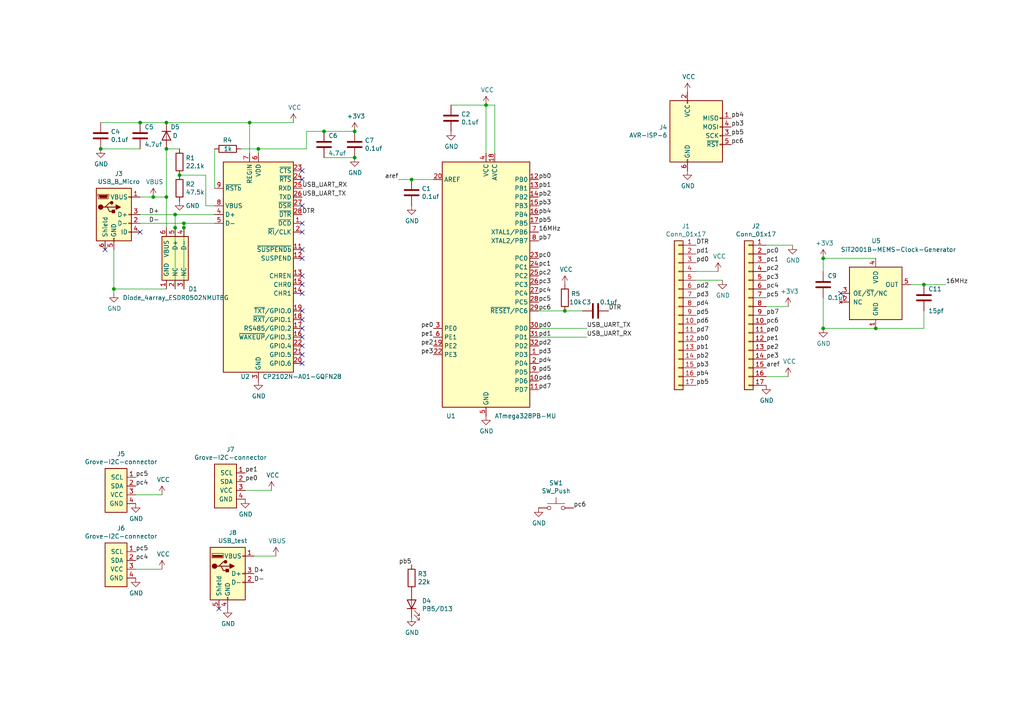
<source format=kicad_sch>
(kicad_sch (version 20230121) (generator eeschema)
  (paper "A4")
  (lib_symbols
    (symbol "ATmega328PB-usb-bread-board-rescue:ATmega328PB-MU-MCU_Microchip_ATmega-ATmega328PB-usb-bread-board-rescue"
      (property "Reference" "U" (at -12.7 36.83 0))
      (property "Value" "ATmega328PB-usb-bread-board-rescue_ATmega328PB-MU-MCU_Microchip_ATmega" (at 2.54 -36.83 0))
      (symbol "ATmega328PB-MU-MCU_Microchip_ATmega-ATmega328PB-usb-bread-board-rescue_0_1"
        (rectangle (start -12.7 -35.56) (end 12.7 35.56) (stroke (width 0.254)) (fill (type background)))
      )
      (symbol "ATmega328PB-MU-MCU_Microchip_ATmega-ATmega328PB-usb-bread-board-rescue_1_1"
        (pin bidirectional line (at 15.24 -20.32 180) (length 2.54) (name "PD3") (number "1"))
        (pin bidirectional line (at 15.24 -27.94 180) (length 2.54) (name "PD6") (number "10"))
        (pin bidirectional line (at 15.24 -30.48 180) (length 2.54) (name "PD7") (number "11"))
        (pin bidirectional line (at 15.24 30.48 180) (length 2.54) (name "PB0") (number "12"))
        (pin bidirectional line (at 15.24 27.94 180) (length 2.54) (name "PB1") (number "13"))
        (pin bidirectional line (at 15.24 25.4 180) (length 2.54) (name "PB2") (number "14"))
        (pin bidirectional line (at 15.24 22.86 180) (length 2.54) (name "PB3") (number "15"))
        (pin bidirectional line (at 15.24 20.32 180) (length 2.54) (name "PB4") (number "16"))
        (pin bidirectional line (at 15.24 17.78 180) (length 2.54) (name "PB5") (number "17"))
        (pin power_in line (at 2.54 38.1 270) (length 2.54) (name "AVCC") (number "18"))
        (pin bidirectional line (at -15.24 -17.78 0) (length 2.54) (name "PE2") (number "19"))
        (pin bidirectional line (at 15.24 -22.86 180) (length 2.54) (name "PD4") (number "2"))
        (pin passive line (at -15.24 30.48 0) (length 2.54) (name "AREF") (number "20"))
        (pin passive line (at 0 -38.1 90) (length 2.54) hide (name "GND") (number "21"))
        (pin bidirectional line (at -15.24 -20.32 0) (length 2.54) (name "PE3") (number "22"))
        (pin bidirectional line (at 15.24 7.62 180) (length 2.54) (name "PC0") (number "23"))
        (pin bidirectional line (at 15.24 5.08 180) (length 2.54) (name "PC1") (number "24"))
        (pin bidirectional line (at 15.24 2.54 180) (length 2.54) (name "PC2") (number "25"))
        (pin bidirectional line (at 15.24 0 180) (length 2.54) (name "PC3") (number "26"))
        (pin bidirectional line (at 15.24 -2.54 180) (length 2.54) (name "PC4") (number "27"))
        (pin bidirectional line (at 15.24 -5.08 180) (length 2.54) (name "PC5") (number "28"))
        (pin bidirectional line (at 15.24 -7.62 180) (length 2.54) (name "~{RESET}/PC6") (number "29"))
        (pin bidirectional line (at -15.24 -12.7 0) (length 2.54) (name "PE0") (number "3"))
        (pin bidirectional line (at 15.24 -12.7 180) (length 2.54) (name "PD0") (number "30"))
        (pin bidirectional line (at 15.24 -15.24 180) (length 2.54) (name "PD1") (number "31"))
        (pin bidirectional line (at 15.24 -17.78 180) (length 2.54) (name "PD2") (number "32"))
        (pin passive line (at 0 -38.1 90) (length 2.54) hide (name "GND") (number "33"))
        (pin power_in line (at 0 38.1 270) (length 2.54) (name "VCC") (number "4"))
        (pin power_in line (at 0 -38.1 90) (length 2.54) (name "GND") (number "5"))
        (pin bidirectional line (at -15.24 -15.24 0) (length 2.54) (name "PE1") (number "6"))
        (pin bidirectional line (at 15.24 15.24 180) (length 2.54) (name "XTAL1/PB6") (number "7"))
        (pin bidirectional line (at 15.24 12.7 180) (length 2.54) (name "XTAL2/PB7") (number "8"))
        (pin bidirectional line (at 15.24 -25.4 180) (length 2.54) (name "PD5") (number "9"))
      )
    )
    (symbol "ATmega328PB-usb-bread-board-rescue:CP2102N-A01-GQFN28-Interface_USB-ATmega328PB-usb-bread-board-rescue"
      (property "Reference" "U" (at -7.62 31.75 0))
      (property "Value" "ATmega328PB-usb-bread-board-rescue_CP2102N-A01-GQFN28-Interface_USB" (at 26.67 31.75 0))
      (symbol "CP2102N-A01-GQFN28-Interface_USB-ATmega328PB-usb-bread-board-rescue_0_1"
        (rectangle (start -10.16 30.48) (end 10.16 -30.48) (stroke (width 0.254)) (fill (type background)))
      )
      (symbol "CP2102N-A01-GQFN28-Interface_USB-ATmega328PB-usb-bread-board-rescue_1_1"
        (pin input line (at 12.7 12.7 180) (length 2.54) (name "~{DCD}") (number "1"))
        (pin no_connect line (at -10.16 -10.16 0) (length 2.54) hide (name "NC") (number "10"))
        (pin output line (at 12.7 5.08 180) (length 2.54) (name "~{SUSPENDb}") (number "11"))
        (pin output line (at 12.7 2.54 180) (length 2.54) (name "SUSPEND") (number "12"))
        (pin output line (at 12.7 -2.54 180) (length 2.54) (name "CHREN") (number "13"))
        (pin output line (at 12.7 -7.62 180) (length 2.54) (name "CHR1") (number "14"))
        (pin output line (at 12.7 -5.08 180) (length 2.54) (name "CHR0") (number "15"))
        (pin bidirectional line (at 12.7 -20.32 180) (length 2.54) (name "~{WAKEUP}/GPIO.3") (number "16"))
        (pin bidirectional line (at 12.7 -17.78 180) (length 2.54) (name "RS485/GPIO.2") (number "17"))
        (pin bidirectional line (at 12.7 -15.24 180) (length 2.54) (name "~{RXT}/GPIO.1") (number "18"))
        (pin bidirectional line (at 12.7 -12.7 180) (length 2.54) (name "~{TXT}/GPIO.0") (number "19"))
        (pin bidirectional line (at 12.7 10.16 180) (length 2.54) (name "~{RI}/CLK") (number "2"))
        (pin bidirectional line (at 12.7 -27.94 180) (length 2.54) (name "GPIO.6") (number "20"))
        (pin bidirectional line (at 12.7 -25.4 180) (length 2.54) (name "GPIO.5") (number "21"))
        (pin bidirectional line (at 12.7 -22.86 180) (length 2.54) (name "GPIO.4") (number "22"))
        (pin input line (at 12.7 27.94 180) (length 2.54) (name "~{CTS}") (number "23"))
        (pin output line (at 12.7 25.4 180) (length 2.54) (name "~{RTS}") (number "24"))
        (pin input line (at 12.7 22.86 180) (length 2.54) (name "RXD") (number "25"))
        (pin output line (at 12.7 20.32 180) (length 2.54) (name "TXD") (number "26"))
        (pin input line (at 12.7 17.78 180) (length 2.54) (name "~{DSR}") (number "27"))
        (pin output line (at 12.7 15.24 180) (length 2.54) (name "~{DTR}") (number "28"))
        (pin passive line (at 0 -33.02 90) (length 2.54) hide (name "GND") (number "29"))
        (pin power_in line (at 0 -33.02 90) (length 2.54) (name "GND") (number "3"))
        (pin bidirectional line (at -12.7 15.24 0) (length 2.54) (name "D+") (number "4"))
        (pin bidirectional line (at -12.7 12.7 0) (length 2.54) (name "D-") (number "5"))
        (pin passive line (at 0 33.02 270) (length 2.54) (name "VDD") (number "6"))
        (pin power_in line (at -2.54 33.02 270) (length 2.54) (name "REGIN") (number "7"))
        (pin input line (at -12.7 17.78 0) (length 2.54) (name "VBUS") (number "8"))
        (pin input line (at -12.7 22.86 0) (length 2.54) (name "~{RSTb}") (number "9"))
      )
    )
    (symbol "ATmega328PB-usb-bread-board-rescue:Diode_4array_ESDR0502NMUTBG-my-kicad-symbols" (pin_names (offset 1.016))
      (property "Reference" "D" (at 0 -5.08 0))
      (property "Value" "my-kicad-symbols_Diode_4array_ESDR0502NMUTBG" (at 0 6.35 0))
      (symbol "Diode_4array_ESDR0502NMUTBG-my-kicad-symbols_0_1"
        (rectangle (start -6.35 3.81) (end 6.35 -3.81) (stroke (width 0.254)) (fill (type background)))
      )
      (symbol "Diode_4array_ESDR0502NMUTBG-my-kicad-symbols_1_1"
        (pin power_in line (at -8.89 2.54 0) (length 2.54) (name "GND") (number "1"))
        (pin passive line (at -8.89 0 0) (length 2.54) (name "NC") (number "2"))
        (pin passive line (at -8.89 -2.54 0) (length 2.54) (name "NC") (number "3"))
        (pin passive line (at 8.89 -2.54 180) (length 2.54) (name "D-") (number "4"))
        (pin passive line (at 8.89 0 180) (length 2.54) (name "D+") (number "5"))
        (pin power_in line (at 8.89 2.54 180) (length 2.54) (name "VBUS") (number "6"))
      )
    )
    (symbol "ATmega328PB-usb-bread-board-rescue:Grove-I2C-connector-my-kicad-symbols" (pin_names (offset 1.016))
      (property "Reference" "J" (at 1.27 -7.62 0))
      (property "Value" "my-kicad-symbols_Grove-I2C-connector" (at 1.27 7.62 0))
      (symbol "Grove-I2C-connector-my-kicad-symbols_0_1"
        (rectangle (start -2.54 6.35) (end 3.81 -6.35) (stroke (width 0.254)) (fill (type background)))
      )
      (symbol "Grove-I2C-connector-my-kicad-symbols_1_1"
        (pin input line (at 6.35 3.81 180) (length 2.54) (name "SCL") (number "1"))
        (pin input line (at 6.35 1.27 180) (length 2.54) (name "SDA") (number "2"))
        (pin power_in line (at 6.35 -1.27 180) (length 2.54) (name "VCC") (number "3"))
        (pin power_in line (at 6.35 -3.81 180) (length 2.54) (name "GND") (number "4"))
      )
    )
    (symbol "ATmega328PB-usb-bread-board-rescue:SiT2001B-MEMS-Clock-Generator-my-kicad-symbols" (pin_names (offset 1.016))
      (property "Reference" "U" (at 15.24 7.62 0))
      (property "Value" "my-kicad-symbols_SiT2001B-MEMS-Clock-Generator" (at 19.05 10.16 0))
      (symbol "SiT2001B-MEMS-Clock-Generator-my-kicad-symbols_0_1"
        (rectangle (start -7.62 7.62) (end 7.62 -7.62) (stroke (width 0.254)) (fill (type background)))
      )
      (symbol "SiT2001B-MEMS-Clock-Generator-my-kicad-symbols_1_1"
        (pin power_in line (at 0 -10.16 90) (length 2.54) (name "GND") (number "1"))
        (pin no_connect line (at -10.16 -2.54 0) (length 2.54) (name "NC") (number "2"))
        (pin passive line (at -10.16 0 0) (length 2.54) (name "OE/~{ST}/NC") (number "3"))
        (pin power_in line (at 0 10.16 270) (length 2.54) (name "VDD") (number "4"))
        (pin output line (at 10.16 2.54 180) (length 2.54) (name "OUT") (number "5"))
      )
    )
    (symbol "ATmega328PB-usb-bread-board-rescue:USB_B_Micro-Connector-ATmega328PB-usb-bread-board-rescue" (pin_names (offset 1.016))
      (property "Reference" "J" (at -5.08 11.43 0))
      (property "Value" "ATmega328PB-usb-bread-board-rescue_USB_B_Micro-Connector" (at -5.08 8.89 0))
      (symbol "USB_B_Micro-Connector-ATmega328PB-usb-bread-board-rescue_0_1"
        (rectangle (start -5.08 -7.62) (end 5.08 7.62) (stroke (width 0.254)) (fill (type background)))
        (circle (center -3.81 2.159) (radius 0.635) (stroke (width 0.254)) (fill (type outline)))
        (circle (center -0.635 3.429) (radius 0.381) (stroke (width 0.254)) (fill (type outline)))
        (rectangle (start -0.127 -7.62) (end 0.127 -6.858))
        (polyline (pts (xy -1.905 2.159) (xy 0.635 2.159)) (stroke (width 0.254)))
        (polyline (pts (xy -3.175 2.159) (xy -2.54 2.159) (xy -1.27 3.429) (xy -0.635 3.429)) (stroke (width 0.254)))
        (polyline (pts (xy -2.54 2.159) (xy -1.905 2.159) (xy -1.27 0.889) (xy 0 0.889)) (stroke (width 0.254)))
        (polyline (pts (xy 0.635 2.794) (xy 0.635 1.524) (xy 1.905 2.159) (xy 0.635 2.794)) (stroke (width 0.254)) (fill (type outline)))
        (polyline (pts (xy -4.318 5.588) (xy -1.778 5.588) (xy -2.032 4.826) (xy -4.064 4.826) (xy -4.318 5.588)) (fill (type outline)))
        (polyline (pts (xy -4.699 5.842) (xy -4.699 5.588) (xy -4.445 4.826) (xy -4.445 4.572) (xy -1.651 4.572) (xy -1.651 4.826) (xy -1.397 5.588) (xy -1.397 5.842) (xy -4.699 5.842)))
        (rectangle (start 0.254 1.27) (end -0.508 0.508) (stroke (width 0.254)) (fill (type outline)))
        (rectangle (start 5.08 -5.207) (end 4.318 -4.953))
        (rectangle (start 5.08 -2.667) (end 4.318 -2.413))
        (rectangle (start 5.08 -0.127) (end 4.318 0.127))
        (rectangle (start 5.08 4.953) (end 4.318 5.207))
      )
      (symbol "USB_B_Micro-Connector-ATmega328PB-usb-bread-board-rescue_1_1"
        (pin power_out line (at 7.62 5.08 180) (length 2.54) (name "VBUS") (number "1"))
        (pin passive line (at 7.62 -2.54 180) (length 2.54) (name "D-") (number "2"))
        (pin passive line (at 7.62 0 180) (length 2.54) (name "D+") (number "3"))
        (pin passive line (at 7.62 -5.08 180) (length 2.54) (name "ID") (number "4"))
        (pin power_out line (at 0 -10.16 90) (length 2.54) (name "GND") (number "5"))
        (pin passive line (at -2.54 -10.16 90) (length 2.54) (name "Shield") (number "6"))
      )
    )
    (symbol "Connector:AVR-ISP-6" (pin_names (offset 1.016))
      (property "Reference" "J" (at -6.35 11.43 0))
      (property "Value" "AVR-ISP-6" (at 0 11.43 0))
      (symbol "AVR-ISP-6_0_1"
        (rectangle (start -2.667 -6.858) (end -2.413 -7.62))
        (rectangle (start -2.667 10.16) (end -2.413 9.398))
        (rectangle (start 7.62 -2.413) (end 6.858 -2.667))
        (rectangle (start 7.62 0.127) (end 6.858 -0.127))
        (rectangle (start 7.62 2.667) (end 6.858 2.413))
        (rectangle (start 7.62 5.207) (end 6.858 4.953))
        (rectangle (start 7.62 10.16) (end -7.62 -7.62) (stroke (width 0.254)) (fill (type background)))
      )
      (symbol "AVR-ISP-6_1_1"
        (pin passive line (at 10.16 5.08 180) (length 2.54) (name "MISO") (number "1"))
        (pin passive line (at -2.54 12.7 270) (length 2.54) (name "VCC") (number "2"))
        (pin passive line (at 10.16 0 180) (length 2.54) (name "SCK") (number "3"))
        (pin passive line (at 10.16 2.54 180) (length 2.54) (name "MOSI") (number "4"))
        (pin passive line (at 10.16 -2.54 180) (length 2.54) (name "~{RST}") (number "5"))
        (pin passive line (at -2.54 -10.16 90) (length 2.54) (name "GND") (number "6"))
      )
    )
    (symbol "Connector:USB_A" (pin_names (offset 1.016))
      (property "Reference" "J" (at -5.08 11.43 0))
      (property "Value" "USB_A" (at -5.08 8.89 0))
      (symbol "USB_A_0_1"
        (rectangle (start -5.08 -7.62) (end 5.08 7.62) (stroke (width 0.254)) (fill (type background)))
        (circle (center -3.81 2.159) (radius 0.635) (stroke (width 0.254)) (fill (type outline)))
        (rectangle (start -1.524 4.826) (end -4.318 5.334) (fill (type outline)))
        (rectangle (start -1.27 4.572) (end -4.572 5.842))
        (circle (center -0.635 3.429) (radius 0.381) (stroke (width 0.254)) (fill (type outline)))
        (rectangle (start -0.127 -7.62) (end 0.127 -6.858))
        (polyline (pts (xy -3.175 2.159) (xy -2.54 2.159) (xy -1.27 3.429) (xy -0.635 3.429)) (stroke (width 0.254)))
        (polyline (pts (xy -2.54 2.159) (xy -1.905 2.159) (xy -1.27 0.889) (xy 0 0.889)) (stroke (width 0.254)))
        (polyline (pts (xy 0.635 2.794) (xy 0.635 1.524) (xy 1.905 2.159) (xy 0.635 2.794)) (stroke (width 0.254)) (fill (type outline)))
        (rectangle (start 0.254 1.27) (end -0.508 0.508) (stroke (width 0.254)) (fill (type outline)))
        (rectangle (start 5.08 -2.667) (end 4.318 -2.413))
        (rectangle (start 5.08 -0.127) (end 4.318 0.127))
        (rectangle (start 5.08 4.953) (end 4.318 5.207))
      )
      (symbol "USB_A_1_1"
        (polyline (pts (xy -1.905 2.159) (xy 0.635 2.159)) (stroke (width 0.254)))
        (pin power_in line (at 7.62 5.08 180) (length 2.54) (name "VBUS") (number "1"))
        (pin bidirectional line (at 7.62 -2.54 180) (length 2.54) (name "D-") (number "2"))
        (pin bidirectional line (at 7.62 0 180) (length 2.54) (name "D+") (number "3"))
        (pin power_in line (at 0 -10.16 90) (length 2.54) (name "GND") (number "4"))
        (pin passive line (at -2.54 -10.16 90) (length 2.54) (name "Shield") (number "5"))
      )
    )
    (symbol "Connector_Generic:Conn_01x17" (pin_names (offset 1.016) hide)
      (property "Reference" "J" (at 0 22.86 0))
      (property "Value" "Conn_01x17" (at 0 -22.86 0))
      (symbol "Conn_01x17_1_1"
        (rectangle (start -1.27 -20.193) (end 0 -20.447) (stroke (width 0.1524)))
        (rectangle (start -1.27 -17.653) (end 0 -17.907) (stroke (width 0.1524)))
        (rectangle (start -1.27 -15.113) (end 0 -15.367) (stroke (width 0.1524)))
        (rectangle (start -1.27 -12.573) (end 0 -12.827) (stroke (width 0.1524)))
        (rectangle (start -1.27 -10.033) (end 0 -10.287) (stroke (width 0.1524)))
        (rectangle (start -1.27 -7.493) (end 0 -7.747) (stroke (width 0.1524)))
        (rectangle (start -1.27 -4.953) (end 0 -5.207) (stroke (width 0.1524)))
        (rectangle (start -1.27 -2.413) (end 0 -2.667) (stroke (width 0.1524)))
        (rectangle (start -1.27 0.127) (end 0 -0.127) (stroke (width 0.1524)))
        (rectangle (start -1.27 2.667) (end 0 2.413) (stroke (width 0.1524)))
        (rectangle (start -1.27 5.207) (end 0 4.953) (stroke (width 0.1524)))
        (rectangle (start -1.27 7.747) (end 0 7.493) (stroke (width 0.1524)))
        (rectangle (start -1.27 10.287) (end 0 10.033) (stroke (width 0.1524)))
        (rectangle (start -1.27 12.827) (end 0 12.573) (stroke (width 0.1524)))
        (rectangle (start -1.27 15.367) (end 0 15.113) (stroke (width 0.1524)))
        (rectangle (start -1.27 17.907) (end 0 17.653) (stroke (width 0.1524)))
        (rectangle (start -1.27 20.447) (end 0 20.193) (stroke (width 0.1524)))
        (rectangle (start -1.27 21.59) (end 1.27 -21.59) (stroke (width 0.254)) (fill (type background)))
        (pin passive line (at -5.08 20.32 0) (length 3.81) (name "Pin_1") (number "1"))
        (pin passive line (at -5.08 -2.54 0) (length 3.81) (name "Pin_10") (number "10"))
        (pin passive line (at -5.08 -5.08 0) (length 3.81) (name "Pin_11") (number "11"))
        (pin passive line (at -5.08 -7.62 0) (length 3.81) (name "Pin_12") (number "12"))
        (pin passive line (at -5.08 -10.16 0) (length 3.81) (name "Pin_13") (number "13"))
        (pin passive line (at -5.08 -12.7 0) (length 3.81) (name "Pin_14") (number "14"))
        (pin passive line (at -5.08 -15.24 0) (length 3.81) (name "Pin_15") (number "15"))
        (pin passive line (at -5.08 -17.78 0) (length 3.81) (name "Pin_16") (number "16"))
        (pin passive line (at -5.08 -20.32 0) (length 3.81) (name "Pin_17") (number "17"))
        (pin passive line (at -5.08 17.78 0) (length 3.81) (name "Pin_2") (number "2"))
        (pin passive line (at -5.08 15.24 0) (length 3.81) (name "Pin_3") (number "3"))
        (pin passive line (at -5.08 12.7 0) (length 3.81) (name "Pin_4") (number "4"))
        (pin passive line (at -5.08 10.16 0) (length 3.81) (name "Pin_5") (number "5"))
        (pin passive line (at -5.08 7.62 0) (length 3.81) (name "Pin_6") (number "6"))
        (pin passive line (at -5.08 5.08 0) (length 3.81) (name "Pin_7") (number "7"))
        (pin passive line (at -5.08 2.54 0) (length 3.81) (name "Pin_8") (number "8"))
        (pin passive line (at -5.08 0 0) (length 3.81) (name "Pin_9") (number "9"))
      )
    )
    (symbol "Device:C" (pin_numbers hide) (pin_names (offset 0.254))
      (property "Reference" "C" (at 0.635 2.54 0))
      (property "Value" "C" (at 0.635 -2.54 0))
      (symbol "C_0_1"
        (polyline (pts (xy -2.032 -0.762) (xy 2.032 -0.762)) (stroke (width 0.508)))
        (polyline (pts (xy -2.032 0.762) (xy 2.032 0.762)) (stroke (width 0.508)))
      )
      (symbol "C_1_1"
        (pin passive line (at 0 3.81 270) (length 2.794) (name "~") (number "1"))
        (pin passive line (at 0 -3.81 90) (length 2.794) (name "~") (number "2"))
      )
    )
    (symbol "Device:D" (pin_numbers hide) (pin_names (offset 1.016) hide)
      (property "Reference" "D" (at 0 2.54 0))
      (property "Value" "D" (at 0 -2.54 0))
      (symbol "D_0_1"
        (polyline (pts (xy -1.27 1.27) (xy -1.27 -1.27)) (stroke (width 0.254)))
        (polyline (pts (xy 1.27 0) (xy -1.27 0)))
        (polyline (pts (xy 1.27 1.27) (xy 1.27 -1.27) (xy -1.27 0) (xy 1.27 1.27)) (stroke (width 0.254)))
      )
      (symbol "D_1_1"
        (pin passive line (at -3.81 0 0) (length 2.54) (name "K") (number "1"))
        (pin passive line (at 3.81 0 180) (length 2.54) (name "A") (number "2"))
      )
    )
    (symbol "Device:LED" (pin_numbers hide) (pin_names (offset 1.016) hide)
      (property "Reference" "D" (at 0 2.54 0))
      (property "Value" "LED" (at 0 -2.54 0))
      (symbol "LED_0_1"
        (polyline (pts (xy -1.27 -1.27) (xy -1.27 1.27)) (stroke (width 0.254)))
        (polyline (pts (xy -1.27 0) (xy 1.27 0)))
        (polyline (pts (xy 1.27 -1.27) (xy 1.27 1.27) (xy -1.27 0) (xy 1.27 -1.27)) (stroke (width 0.254)))
        (polyline (pts (xy -3.048 -0.762) (xy -4.572 -2.286) (xy -3.81 -2.286) (xy -4.572 -2.286) (xy -4.572 -1.524)))
        (polyline (pts (xy -1.778 -0.762) (xy -3.302 -2.286) (xy -2.54 -2.286) (xy -3.302 -2.286) (xy -3.302 -1.524)))
      )
      (symbol "LED_1_1"
        (pin passive line (at -3.81 0 0) (length 2.54) (name "K") (number "1"))
        (pin passive line (at 3.81 0 180) (length 2.54) (name "A") (number "2"))
      )
    )
    (symbol "Device:R" (pin_numbers hide) (pin_names (offset 0))
      (property "Reference" "R" (at 2.032 0 90))
      (property "Value" "R" (at 0 0 90))
      (symbol "R_0_1"
        (rectangle (start -1.016 -2.54) (end 1.016 2.54) (stroke (width 0.254)))
      )
      (symbol "R_1_1"
        (pin passive line (at 0 3.81 270) (length 1.27) (name "~") (number "1"))
        (pin passive line (at 0 -3.81 90) (length 1.27) (name "~") (number "2"))
      )
    )
    (symbol "Switch:SW_Push" (pin_numbers hide) (pin_names (offset 1.016) hide)
      (property "Reference" "SW" (at 1.27 2.54 0))
      (property "Value" "SW_Push" (at 0 -1.524 0))
      (symbol "SW_Push_0_1"
        (circle (center -2.032 0) (radius 0.508))
        (polyline (pts (xy 0 1.27) (xy 0 3.048)))
        (polyline (pts (xy 2.54 1.27) (xy -2.54 1.27)))
        (circle (center 2.032 0) (radius 0.508))
        (pin passive line (at -5.08 0 0) (length 2.54) (name "1") (number "1"))
        (pin passive line (at 5.08 0 180) (length 2.54) (name "2") (number "2"))
      )
    )
    (symbol "power:+3V3" (power) (pin_names (offset 0))
      (property "Value" "+3V3" (at 0 3.556 0))
      (symbol "+3V3_0_1"
        (polyline (pts (xy -0.762 1.27) (xy 0 2.54)))
        (polyline (pts (xy 0 0) (xy 0 2.54)))
        (polyline (pts (xy 0 2.54) (xy 0.762 1.27)))
      )
      (symbol "+3V3_1_1"
        (pin power_in line (at 0 0 90) (length 0) hide (name "+3V3") (number "1"))
      )
    )
    (symbol "power:GND" (power) (pin_names (offset 0))
      (property "Value" "GND" (at 0 -3.81 0))
      (symbol "GND_0_1"
        (polyline (pts (xy 0 0) (xy 0 -1.27) (xy 1.27 -1.27) (xy 0 -2.54) (xy -1.27 -1.27) (xy 0 -1.27)))
      )
      (symbol "GND_1_1"
        (pin power_in line (at 0 0 270) (length 0) hide (name "GND") (number "1"))
      )
    )
    (symbol "power:VBUS" (power) (pin_names (offset 0))
      (property "Value" "VBUS" (at 0 3.81 0))
      (symbol "VBUS_0_1"
        (polyline (pts (xy -0.762 1.27) (xy 0 2.54)))
        (polyline (pts (xy 0 0) (xy 0 2.54)))
        (polyline (pts (xy 0 2.54) (xy 0.762 1.27)))
      )
      (symbol "VBUS_1_1"
        (pin power_in line (at 0 0 90) (length 0) hide (name "VBUS") (number "1"))
      )
    )
    (symbol "power:VCC" (power) (pin_names (offset 0))
      (property "Value" "VCC" (at 0 3.81 0))
      (symbol "VCC_0_1"
        (polyline (pts (xy -0.762 1.27) (xy 0 2.54)))
        (polyline (pts (xy 0 0) (xy 0 2.54)))
        (polyline (pts (xy 0 2.54) (xy 0.762 1.27)))
      )
      (symbol "VCC_1_1"
        (pin power_in line (at 0 0 90) (length 0) hide (name "VCC") (number "1"))
      )
    )
  )
  (junction (at 93.98 38.1))
  (junction (at 48.26 35.56))
  (junction (at 53.34 64.77))
  (junction (at 48.26 57.15))
  (junction (at 44.45 57.15))
  (junction (at 102.87 45.72))
  (junction (at 163.83 90.17))
  (junction (at 29.21 43.18))
  (junction (at 238.76 74.93))
  (junction (at 238.76 95.25))
  (junction (at 50.8 66.04))
  (junction (at 267.97 82.55))
  (junction (at 254 95.25))
  (junction (at 52.07 50.8))
  (junction (at 53.34 66.04))
  (junction (at 119.38 52.07))
  (junction (at 40.64 35.56))
  (junction (at 140.97 30.48))
  (junction (at 48.26 43.18))
  (junction (at 50.8 62.23))
  (junction (at 102.87 38.1))
  (junction (at 72.39 35.56))
  (junction (at 33.02 83.82))
  (junction (at 74.93 43.18))
  (no_connect (at 30.48 72.39))
  (no_connect (at 243.84 85.09))
  (no_connect (at 87.63 85.09))
  (no_connect (at 87.63 80.01))
  (no_connect (at 87.63 59.69))
  (no_connect (at 63.5 176.53))
  (no_connect (at 87.63 105.41))
  (no_connect (at 87.63 97.79))
  (no_connect (at 87.63 67.31))
  (no_connect (at 87.63 92.71))
  (no_connect (at 87.63 64.77))
  (no_connect (at 87.63 52.07))
  (no_connect (at 87.63 82.55))
  (no_connect (at 87.63 100.33))
  (no_connect (at 40.64 67.31))
  (no_connect (at 87.63 90.17))
  (no_connect (at 87.63 72.39))
  (no_connect (at 87.63 95.25))
  (no_connect (at 87.63 74.93))
  (no_connect (at 87.63 102.87))
  (no_connect (at 87.63 49.53))
  (wire (pts (xy 46.99 143.51) (xy 39.37 143.51)))
  (wire (pts (xy 140.97 30.48) (xy 140.97 44.45)))
  (wire (pts (xy 267.97 95.25) (xy 254 95.25)))
  (wire (pts (xy 33.02 83.82) (xy 48.26 83.82)))
  (wire (pts (xy 48.26 43.18) (xy 52.07 43.18)))
  (wire (pts (xy 59.69 50.8) (xy 59.69 59.69)))
  (wire (pts (xy 72.39 35.56) (xy 72.39 44.45)))
  (wire (pts (xy 59.69 50.8) (xy 52.07 50.8)))
  (wire (pts (xy 119.38 52.07) (xy 115.57 52.07)))
  (wire (pts (xy 156.21 90.17) (xy 163.83 90.17)))
  (wire (pts (xy 201.93 81.28) (xy 209.55 81.28)))
  (wire (pts (xy 88.9 38.1) (xy 93.98 38.1)))
  (wire (pts (xy 130.81 30.48) (xy 140.97 30.48)))
  (wire (pts (xy 143.51 30.48) (xy 140.97 30.48)))
  (wire (pts (xy 78.74 142.24) (xy 71.12 142.24)))
  (wire (pts (xy 46.99 165.1) (xy 39.37 165.1)))
  (wire (pts (xy 254 95.25) (xy 238.76 95.25)))
  (wire (pts (xy 163.83 90.17) (xy 168.91 90.17)))
  (wire (pts (xy 80.01 161.29) (xy 73.66 161.29)))
  (wire (pts (xy 33.02 83.82) (xy 33.02 85.09)))
  (wire (pts (xy 48.26 35.56) (xy 72.39 35.56)))
  (wire (pts (xy 40.64 35.56) (xy 48.26 35.56)))
  (wire (pts (xy 40.64 62.23) (xy 50.8 62.23)))
  (wire (pts (xy 33.02 72.39) (xy 33.02 83.82)))
  (wire (pts (xy 170.18 95.25) (xy 156.21 95.25)))
  (wire (pts (xy 48.26 57.15) (xy 44.45 57.15)))
  (wire (pts (xy 267.97 90.17) (xy 267.97 95.25)))
  (wire (pts (xy 102.87 45.72) (xy 93.98 45.72)))
  (wire (pts (xy 274.32 82.55) (xy 267.97 82.55)))
  (wire (pts (xy 93.98 38.1) (xy 102.87 38.1)))
  (wire (pts (xy 156.21 97.79) (xy 170.18 97.79)))
  (wire (pts (xy 50.8 66.04) (xy 50.8 62.23)))
  (wire (pts (xy 50.8 83.82) (xy 50.8 66.04)))
  (wire (pts (xy 228.6 109.22) (xy 222.25 109.22)))
  (wire (pts (xy 59.69 59.69) (xy 62.23 59.69)))
  (wire (pts (xy 88.9 43.18) (xy 88.9 38.1)))
  (wire (pts (xy 267.97 82.55) (xy 264.16 82.55)))
  (wire (pts (xy 50.8 62.23) (xy 62.23 62.23)))
  (wire (pts (xy 238.76 86.36) (xy 238.76 95.25)))
  (wire (pts (xy 74.93 43.18) (xy 88.9 43.18)))
  (wire (pts (xy 119.38 52.07) (xy 125.73 52.07)))
  (wire (pts (xy 53.34 66.04) (xy 53.34 83.82)))
  (wire (pts (xy 48.26 57.15) (xy 48.26 43.18)))
  (wire (pts (xy 53.34 64.77) (xy 62.23 64.77)))
  (wire (pts (xy 74.93 43.18) (xy 74.93 44.45)))
  (wire (pts (xy 72.39 35.56) (xy 85.09 35.56)))
  (wire (pts (xy 44.45 57.15) (xy 40.64 57.15)))
  (wire (pts (xy 238.76 78.74) (xy 238.76 74.93)))
  (wire (pts (xy 69.85 43.18) (xy 74.93 43.18)))
  (wire (pts (xy 143.51 30.48) (xy 143.51 44.45)))
  (wire (pts (xy 53.34 66.04) (xy 53.34 64.77)))
  (wire (pts (xy 238.76 74.93) (xy 254 74.93)))
  (wire (pts (xy 48.26 66.04) (xy 48.26 57.15)))
  (wire (pts (xy 208.28 78.74) (xy 201.93 78.74)))
  (wire (pts (xy 228.6 88.9) (xy 222.25 88.9)))
  (wire (pts (xy 40.64 64.77) (xy 53.34 64.77)))
  (wire (pts (xy 29.21 43.18) (xy 40.64 43.18)))
  (wire (pts (xy 40.64 35.56) (xy 29.21 35.56)))
  (wire (pts (xy 62.23 43.18) (xy 62.23 54.61)))
  (wire (pts (xy 229.87 71.12) (xy 222.25 71.12)))
  (label "pe0" (at 125.73 95.25 180))
  (label "pc6" (at 156.21 90.17 0))
  (label "16MHz" (at 274.32 82.55 0))
  (label "D+" (at 73.66 166.37 0))
  (label "pb5" (at 212.09 39.37 0))
  (label "pb7" (at 222.25 91.44 0))
  (label "pe3" (at 125.73 102.87 180))
  (label "pd1" (at 156.21 97.79 0))
  (label "pc3" (at 222.25 81.28 0))
  (label "pd4" (at 156.21 105.41 0))
  (label "pc6" (at 212.09 41.91 0))
  (label "USB_UART_RX" (at 87.63 54.61 0))
  (label "pb1" (at 156.21 54.61 0))
  (label "pb2" (at 156.21 57.15 0))
  (label "pe1" (at 222.25 99.06 0))
  (label "pe2" (at 222.25 101.6 0))
  (label "USB_UART_TX" (at 87.63 57.15 0))
  (label "pc0" (at 156.21 74.93 0))
  (label "DTR" (at 87.63 62.23 0))
  (label "pc6" (at 222.25 93.98 0))
  (label "pd7" (at 201.93 96.52 0))
  (label "pd6" (at 156.21 110.49 0))
  (label "pb2" (at 201.93 104.14 0))
  (label "pe2" (at 125.73 100.33 180))
  (label "pe0" (at 222.25 96.52 0))
  (label "pc0" (at 222.25 73.66 0))
  (label "pb4" (at 212.09 34.29 0))
  (label "pd3" (at 201.93 86.36 0))
  (label "pb7" (at 156.21 69.85 0))
  (label "pb0" (at 201.93 99.06 0))
  (label "pd0" (at 201.93 76.2 0))
  (label "pc4" (at 222.25 83.82 0))
  (label "DTR" (at 201.93 71.12 0))
  (label "pb4" (at 201.93 109.22 0))
  (label "pd0" (at 156.21 95.25 0))
  (label "USB_UART_TX" (at 170.18 95.25 0))
  (label "16MHz" (at 156.21 67.31 0))
  (label "pe1" (at 125.73 97.79 180))
  (label "pc6" (at 166.37 147.32 0))
  (label "pc5" (at 39.37 138.43 0))
  (label "pd4" (at 201.93 88.9 0))
  (label "pb3" (at 212.09 36.83 0))
  (label "pd3" (at 156.21 102.87 0))
  (label "pd5" (at 201.93 91.44 0))
  (label "pb1" (at 201.93 101.6 0))
  (label "pc5" (at 156.21 87.63 0))
  (label "pd7" (at 156.21 113.03 0))
  (label "aref" (at 222.25 106.68 0))
  (label "pd2" (at 156.21 100.33 0))
  (label "pd5" (at 156.21 107.95 0))
  (label "aref" (at 115.57 52.07 180))
  (label "pc2" (at 156.21 80.01 0))
  (label "pc3" (at 156.21 82.55 0))
  (label "pc4" (at 39.37 140.97 0))
  (label "D+" (at 43.18 62.23 0))
  (label "pd6" (at 201.93 93.98 0))
  (label "pe1" (at 71.12 137.16 0))
  (label "DTR" (at 176.53 90.17 0))
  (label "pb4" (at 156.21 62.23 0))
  (label "D-" (at 43.18 64.77 0))
  (label "pb5" (at 201.93 111.76 0))
  (label "pc4" (at 156.21 85.09 0))
  (label "pc1" (at 222.25 76.2 0))
  (label "pd2" (at 201.93 83.82 0))
  (label "USB_UART_RX" (at 170.18 97.79 0))
  (label "pb3" (at 156.21 59.69 0))
  (label "D-" (at 73.66 168.91 0))
  (label "pc4" (at 39.37 162.56 0))
  (label "pe0" (at 71.12 139.7 0))
  (label "pc2" (at 222.25 78.74 0))
  (label "pc1" (at 156.21 77.47 0))
  (label "pc5" (at 39.37 160.02 0))
  (label "pd1" (at 201.93 73.66 0))
  (label "pb5" (at 119.38 163.83 180))
  (label "pb3" (at 201.93 106.68 0))
  (label "pc5" (at 222.25 86.36 0))
  (label "pe3" (at 222.25 104.14 0))
  (label "pb5" (at 156.21 64.77 0))
  (label "pb0" (at 156.21 52.07 0))
  (symbol (lib_id "power:GND") (at 140.97 120.65 0) (unit 1)
    (property "Reference" "#PWR0102" (effects hide))
    (property "Value" "GND" (at 141.097 125.0442 0))
  )
  (symbol (lib_id "power:VCC") (at 140.97 30.48 0) (unit 1)
    (property "Reference" "#PWR0101" (effects hide))
    (property "Value" "VCC" (at 141.351 26.0858 0))
  )
  (symbol (lib_id "Device:C") (at 119.38 55.88 0) (unit 1)
    (property "Reference" "C1" (at 122.301 54.7116 0) (effects (justify left)))
    (property "Value" "0.1uf" (at 122.301 57.023 0) (effects (justify left)))
    (property "Footprint" "Capacitor_SMD:C_0402_1005Metric" (effects hide))
  )
  (symbol (lib_id "power:GND") (at 119.38 59.69 0) (unit 1)
    (property "Reference" "#PWR0103" (effects hide))
    (property "Value" "GND" (at 119.507 64.0842 0))
  )
  (symbol (lib_id "Device:C") (at 130.81 34.29 0) (unit 1)
    (property "Reference" "C2" (at 133.731 33.1216 0) (effects (justify left)))
    (property "Value" "0.1uf" (at 133.731 35.433 0) (effects (justify left)))
    (property "Footprint" "Capacitor_SMD:C_0402_1005Metric" (effects hide))
  )
  (symbol (lib_id "power:GND") (at 130.81 38.1 0) (unit 1)
    (property "Reference" "#PWR0104" (effects hide))
    (property "Value" "GND" (at 130.937 42.4942 0))
  )
  (symbol (lib_id "power:GND") (at 222.25 111.76 0) (unit 1)
    (property "Reference" "#PWR0105" (effects hide))
    (property "Value" "GND" (at 222.377 116.1542 0))
  )
  (symbol (lib_id "Connector_Generic:Conn_01x17") (at 196.85 91.44 0) (mirror y) (unit 1)
    (property "Reference" "J1" (at 198.9328 65.6082 0))
    (property "Value" "Conn_01x17" (at 198.9328 67.9196 0))
    (property "Footprint" "Connector_PinSocket_2.54mm:PinSocket_1x17_P2.54mm_Vertical" (effects hide))
  )
  (symbol (lib_id "Connector_Generic:Conn_01x17") (at 217.17 91.44 0) (mirror y) (unit 1)
    (property "Reference" "J2" (at 219.2528 65.6082 0))
    (property "Value" "Conn_01x17" (at 219.2528 67.9196 0))
    (property "Footprint" "Connector_PinSocket_2.54mm:PinSocket_1x17_P2.54mm_Vertical" (effects hide))
  )
  (symbol (lib_id "power:GND") (at 209.55 81.28 0) (unit 1)
    (property "Reference" "#PWR0107" (effects hide))
    (property "Value" "GND" (at 209.677 85.6742 0))
  )
  (symbol (lib_id "power:VCC") (at 208.28 78.74 0) (unit 1)
    (property "Reference" "#PWR0108" (effects hide))
    (property "Value" "VCC" (at 208.661 74.3458 0))
  )
  (symbol (lib_id "ATmega328PB-usb-bread-board-rescue:ATmega328PB-MU-MCU_Microchip_ATmega-ATmega328PB-usb-bread-board-rescue") (at 140.97 82.55 0) (unit 1)
    (property "Reference" "U1" (at 130.81 120.65 0))
    (property "Value" "ATmega328PB-MU" (at 152.4 120.65 0))
    (property "Footprint" "Package_DFN_QFN:QFN-32-1EP_5x5mm_P0.5mm_EP3.1x3.1mm" (effects hide))
    (property "Datasheet" "http://ww1.microchip.com/downloads/en/DeviceDoc/40001906C.pdf" (effects hide))
  )
  (symbol (lib_id "ATmega328PB-usb-bread-board-rescue:CP2102N-A01-GQFN28-Interface_USB-ATmega328PB-usb-bread-board-rescue") (at 74.93 77.47 0) (unit 1)
    (property "Reference" "U2" (at 71.12 109.22 0))
    (property "Value" "CP2102N-A01-GQFN28" (at 87.63 109.22 0))
    (property "Footprint" "Package_DFN_QFN:QFN-28-1EP_5x5mm_P0.5mm_EP3.35x3.35mm" (effects hide))
    (property "Datasheet" "https://www.silabs.com/documents/public/data-sheets/cp2102n-datasheet.pdf" (effects hide))
  )
  (symbol (lib_id "ATmega328PB-usb-bread-board-rescue:USB_B_Micro-Connector-ATmega328PB-usb-bread-board-rescue") (at 33.02 62.23 0) (unit 1)
    (property "Reference" "J3" (at 34.4678 50.3682 0))
    (property "Value" "USB_B_Micro" (at 34.4678 52.6796 0))
    (property "Footprint" "Connector_USB:USB_Micro-B_Molex-105017-0001" (effects hide))
  )
  (symbol (lib_id "power:GND") (at 74.93 110.49 0) (unit 1)
    (property "Reference" "#PWR0110" (effects hide))
    (property "Value" "GND" (at 75.057 114.8842 0))
  )
  (symbol (lib_id "Device:R") (at 52.07 46.99 0) (unit 1)
    (property "Reference" "R1" (at 53.848 45.8216 0) (effects (justify left)))
    (property "Value" "22.1k" (at 53.848 48.133 0) (effects (justify left)))
    (property "Footprint" "Resistor_SMD:R_0603_1608Metric" (effects hide))
  )
  (symbol (lib_id "Device:R") (at 52.07 54.61 0) (unit 1)
    (property "Reference" "R2" (at 53.848 53.4416 0) (effects (justify left)))
    (property "Value" "47.5k" (at 53.848 55.753 0) (effects (justify left)))
    (property "Footprint" "Resistor_SMD:R_0603_1608Metric" (effects hide))
  )
  (symbol (lib_id "power:GND") (at 52.07 58.42 0) (unit 1)
    (property "Reference" "#PWR0106" (effects hide))
    (property "Value" "GND" (at 55.88 59.69 0))
  )
  (symbol (lib_id "power:GND") (at 33.02 85.09 0) (unit 1)
    (property "Reference" "#PWR0109" (effects hide))
    (property "Value" "GND" (at 33.147 89.4842 0))
  )
  (symbol (lib_id "Device:C") (at 172.72 90.17 90) (unit 1)
    (property "Reference" "C3" (at 171.45 87.63 90) (effects (justify left)))
    (property "Value" "0.1uf" (at 179.07 87.63 90) (effects (justify left)))
    (property "Footprint" "Capacitor_SMD:C_0402_1005Metric" (effects hide))
  )
  (symbol (lib_id "ATmega328PB-usb-bread-board-rescue:Grove-I2C-connector-my-kicad-symbols") (at 33.02 142.24 0) (unit 1)
    (property "Reference" "J5" (at 35.1028 131.6482 0))
    (property "Value" "Grove-I2C-connector" (at 35.1028 133.9596 0))
    (property "Footprint" "Connector:NS-Tech_Grove_1x04_P2mm_Vertical" (effects hide))
  )
  (symbol (lib_id "power:GND") (at 39.37 146.05 0) (unit 1)
    (property "Reference" "#PWR0114" (effects hide))
    (property "Value" "GND" (at 39.497 150.4442 0))
  )
  (symbol (lib_id "power:VCC") (at 46.99 143.51 0) (unit 1)
    (property "Reference" "#PWR0115" (effects hide))
    (property "Value" "VCC" (at 47.371 139.1158 0))
  )
  (symbol (lib_id "Connector:AVR-ISP-6") (at 201.93 39.37 0) (unit 1)
    (property "Reference" "J4" (at 193.5734 36.9316 0) (effects (justify right)))
    (property "Value" "AVR-ISP-6" (at 193.5734 39.243 0) (effects (justify right)))
    (property "Footprint" "my-kicad-footprints:2x03_P2.54mm_ISP_Pads" (effects hide))
    (property "Datasheet" " ~" (effects hide))
  )
  (symbol (lib_id "power:GND") (at 199.39 49.53 0) (unit 1)
    (property "Reference" "#PWR0112" (effects hide))
    (property "Value" "GND" (at 199.517 53.9242 0))
  )
  (symbol (lib_id "power:VCC") (at 199.39 26.67 0) (unit 1)
    (property "Reference" "#PWR0113" (effects hide))
    (property "Value" "VCC" (at 199.771 22.2758 0))
  )
  (symbol (lib_id "ATmega328PB-usb-bread-board-rescue:Grove-I2C-connector-my-kicad-symbols") (at 33.02 163.83 0) (unit 1)
    (property "Reference" "J6" (at 35.1028 153.2382 0))
    (property "Value" "Grove-I2C-connector" (at 35.1028 155.5496 0))
    (property "Footprint" "Connector:NS-Tech_Grove_1x04_P2mm_Vertical" (effects hide))
  )
  (symbol (lib_id "power:GND") (at 39.37 167.64 0) (unit 1)
    (property "Reference" "#PWR0116" (effects hide))
    (property "Value" "GND" (at 39.497 172.0342 0))
  )
  (symbol (lib_id "power:VCC") (at 46.99 165.1 0) (unit 1)
    (property "Reference" "#PWR0117" (effects hide))
    (property "Value" "VCC" (at 47.371 160.7058 0))
  )
  (symbol (lib_id "ATmega328PB-usb-bread-board-rescue:Grove-I2C-connector-my-kicad-symbols") (at 64.77 140.97 0) (unit 1)
    (property "Reference" "J7" (at 66.8528 130.3782 0))
    (property "Value" "Grove-I2C-connector" (at 66.8528 132.6896 0))
    (property "Footprint" "Connector:NS-Tech_Grove_1x04_P2mm_Vertical" (effects hide))
  )
  (symbol (lib_id "power:GND") (at 71.12 144.78 0) (unit 1)
    (property "Reference" "#PWR0118" (effects hide))
    (property "Value" "GND" (at 71.247 149.1742 0))
  )
  (symbol (lib_id "power:VCC") (at 78.74 142.24 0) (unit 1)
    (property "Reference" "#PWR0119" (effects hide))
    (property "Value" "VCC" (at 79.121 137.8458 0))
  )
  (symbol (lib_id "Device:R") (at 119.38 167.64 0) (unit 1)
    (property "Reference" "R3" (at 121.158 166.4716 0) (effects (justify left)))
    (property "Value" "22k" (at 121.158 168.783 0) (effects (justify left)))
    (property "Footprint" "Resistor_SMD:R_0603_1608Metric" (effects hide))
  )
  (symbol (lib_id "Device:LED") (at 119.38 175.26 90) (unit 1)
    (property "Reference" "D4" (at 122.3772 174.2694 90) (effects (justify right)))
    (property "Value" "PB5/D13" (at 122.3772 176.5808 90) (effects (justify right)))
    (property "Footprint" "LED_SMD:LED_0603_1608Metric_Pad1.05x0.95mm_HandSolder" (effects hide))
  )
  (symbol (lib_id "power:GND") (at 119.38 179.07 0) (unit 1)
    (property "Reference" "#PWR0122" (effects hide))
    (property "Value" "GND" (at 119.507 183.4642 0))
  )
  (symbol (lib_id "Device:D") (at 48.26 39.37 270) (unit 1)
    (property "Reference" "D5" (at 50.8 36.83 90))
    (property "Value" "D" (at 50.8 39.37 90))
    (property "Footprint" "Diode_SMD:D_SOD-123F" (effects hide))
  )
  (symbol (lib_id "power:VCC") (at 85.09 35.56 0) (unit 1)
    (property "Reference" "#PWR0123" (effects hide))
    (property "Value" "VCC" (at 85.471 31.1658 0))
  )
  (symbol (lib_id "power:+3V3") (at 228.6 88.9 0) (unit 1)
    (property "Reference" "#PWR0126" (effects hide))
    (property "Value" "+3V3" (at 228.981 84.5058 0))
  )
  (symbol (lib_id "ATmega328PB-usb-bread-board-rescue:SiT2001B-MEMS-Clock-Generator-my-kicad-symbols") (at 254 85.09 0) (unit 1)
    (property "Reference" "U5" (at 252.73 69.85 0) (effects (justify left)))
    (property "Value" "SiT2001B-MEMS-Clock-Generator" (at 243.84 72.39 0) (effects (justify left)))
    (property "Footprint" "Package_TO_SOT_SMD:SOT-23-5" (effects hide))
  )
  (symbol (lib_id "power:GND") (at 238.76 95.25 0) (unit 1)
    (property "Reference" "#PWR0128" (effects hide))
    (property "Value" "GND" (at 238.887 99.6442 0))
  )
  (symbol (lib_id "Device:C") (at 238.76 82.55 0) (unit 1)
    (property "Reference" "C9" (at 240.03 80.01 0) (effects (justify left)))
    (property "Value" "0.1uf" (at 240.03 86.36 0) (effects (justify left)))
    (property "Footprint" "Capacitor_SMD:C_0402_1005Metric" (effects hide))
  )
  (symbol (lib_id "Device:C") (at 267.97 86.36 0) (unit 1)
    (property "Reference" "C11" (at 269.24 83.82 0) (effects (justify left)))
    (property "Value" "15pf" (at 269.24 90.17 0) (effects (justify left)))
    (property "Footprint" "Capacitor_SMD:C_0603_1608Metric" (effects hide))
  )
  (symbol (lib_id "Device:R") (at 66.04 43.18 90) (unit 1)
    (property "Reference" "R4" (at 67.31 40.64 90) (effects (justify left)))
    (property "Value" "1k" (at 67.31 43.18 90) (effects (justify left)))
    (property "Footprint" "Resistor_SMD:R_0603_1608Metric" (effects hide))
  )
  (symbol (lib_id "Device:C") (at 40.64 39.37 0) (unit 1)
    (property "Reference" "C5" (at 41.91 36.83 0) (effects (justify left)))
    (property "Value" "4.7uf" (at 41.91 41.91 0) (effects (justify left)))
    (property "Footprint" "Capacitor_SMD:C_0402_1005Metric" (effects hide))
  )
  (symbol (lib_id "Device:C") (at 29.21 39.37 0) (unit 1)
    (property "Reference" "C4" (at 32.131 38.2016 0) (effects (justify left)))
    (property "Value" "0.1uf" (at 32.131 40.513 0) (effects (justify left)))
    (property "Footprint" "Capacitor_SMD:C_0402_1005Metric" (effects hide))
  )
  (symbol (lib_id "power:GND") (at 29.21 43.18 0) (unit 1)
    (property "Reference" "#PWR0129" (effects hide))
    (property "Value" "GND" (at 29.337 47.5742 0))
  )
  (symbol (lib_id "Device:C") (at 93.98 41.91 0) (unit 1)
    (property "Reference" "C6" (at 95.25 39.37 0) (effects (justify left)))
    (property "Value" "4.7uf" (at 95.25 44.45 0) (effects (justify left)))
    (property "Footprint" "Capacitor_SMD:C_0402_1005Metric" (effects hide))
  )
  (symbol (lib_id "Device:C") (at 102.87 41.91 0) (unit 1)
    (property "Reference" "C7" (at 105.791 40.7416 0) (effects (justify left)))
    (property "Value" "0.1uf" (at 105.791 43.053 0) (effects (justify left)))
    (property "Footprint" "Capacitor_SMD:C_0402_1005Metric" (effects hide))
  )
  (symbol (lib_id "power:GND") (at 102.87 45.72 0) (unit 1)
    (property "Reference" "#PWR0130" (effects hide))
    (property "Value" "GND" (at 102.997 50.1142 0))
  )
  (symbol (lib_id "power:VCC") (at 228.6 109.22 0) (unit 1)
    (property "Reference" "#PWR0124" (effects hide))
    (property "Value" "VCC" (at 228.981 104.8258 0))
  )
  (symbol (lib_id "power:+3V3") (at 102.87 38.1 0) (unit 1)
    (property "Reference" "#PWR0111" (effects hide))
    (property "Value" "+3V3" (at 103.251 33.7058 0))
  )
  (symbol (lib_id "ATmega328PB-usb-bread-board-rescue:Diode_4array_ESDR0502NMUTBG-my-kicad-symbols") (at 50.8 74.93 90) (unit 1)
    (property "Reference" "D1" (at 54.61 83.82 90) (effects (justify right)))
    (property "Value" "Diode_4array_ESDR0502NMUTBG" (at 35.56 86.36 90) (effects (justify right)))
    (property "Footprint" "my-kicad-footprints:OnSemi_UDFN-6_1.2x1.0mm_P0.4mm" (effects hide))
  )
  (symbol (lib_id "Device:R") (at 163.83 86.36 0) (unit 1)
    (property "Reference" "R5" (at 165.608 85.1916 0) (effects (justify left)))
    (property "Value" "10k" (at 165.1 87.63 0) (effects (justify left)))
    (property "Footprint" "Resistor_SMD:R_0603_1608Metric" (effects hide))
  )
  (symbol (lib_id "power:VCC") (at 163.83 82.55 0) (unit 1)
    (property "Reference" "#PWR0125" (effects hide))
    (property "Value" "VCC" (at 164.211 78.1558 0))
  )
  (symbol (lib_id "power:+3V3") (at 238.76 74.93 0) (unit 1)
    (property "Reference" "#PWR0120" (effects hide))
    (property "Value" "+3V3" (at 239.141 70.5358 0))
  )
  (symbol (lib_id "power:VBUS") (at 44.45 57.15 0) (unit 1)
    (property "Reference" "#PWR0121" (effects hide))
    (property "Value" "VBUS" (at 44.831 52.7558 0))
  )
  (symbol (lib_id "power:VBUS") (at 80.01 161.29 0) (unit 1)
    (property "Reference" "#PWR0127" (effects hide))
    (property "Value" "VBUS" (at 80.391 156.8958 0))
  )
  (symbol (lib_id "power:GND") (at 66.04 176.53 0) (unit 1)
    (property "Reference" "#PWR0131" (effects hide))
    (property "Value" "GND" (at 66.167 180.9242 0))
  )
  (symbol (lib_id "Connector:USB_A") (at 66.04 166.37 0) (unit 1)
    (property "Reference" "J8" (at 67.4878 154.5082 0))
    (property "Value" "USB_test" (at 67.4878 156.8196 0))
    (property "Footprint" "my-kicad-footprints:2x02_P2.54mm_USB_Pads" (effects hide))
    (property "Datasheet" " ~" (effects hide))
  )
  (symbol (lib_id "power:GND") (at 156.21 147.32 0) (unit 1)
    (property "Reference" "#PWR0132" (effects hide))
    (property "Value" "GND" (at 156.337 151.7142 0))
  )
  (symbol (lib_id "Switch:SW_Push") (at 161.29 147.32 0) (unit 1)
    (property "Reference" "SW1" (at 161.29 140.081 0))
    (property "Value" "SW_Push" (at 161.29 142.3924 0))
    (property "Footprint" "my-kicad-footprints:SW_Push_TVAF06" (effects hide))
  )
  (symbol (lib_id "power:GND") (at 229.87 71.12 0) (unit 1)
    (property "Reference" "#PWR?" (effects hide))
    (property "Value" "GND" (at 229.997 75.5142 0))
  )
)
</source>
